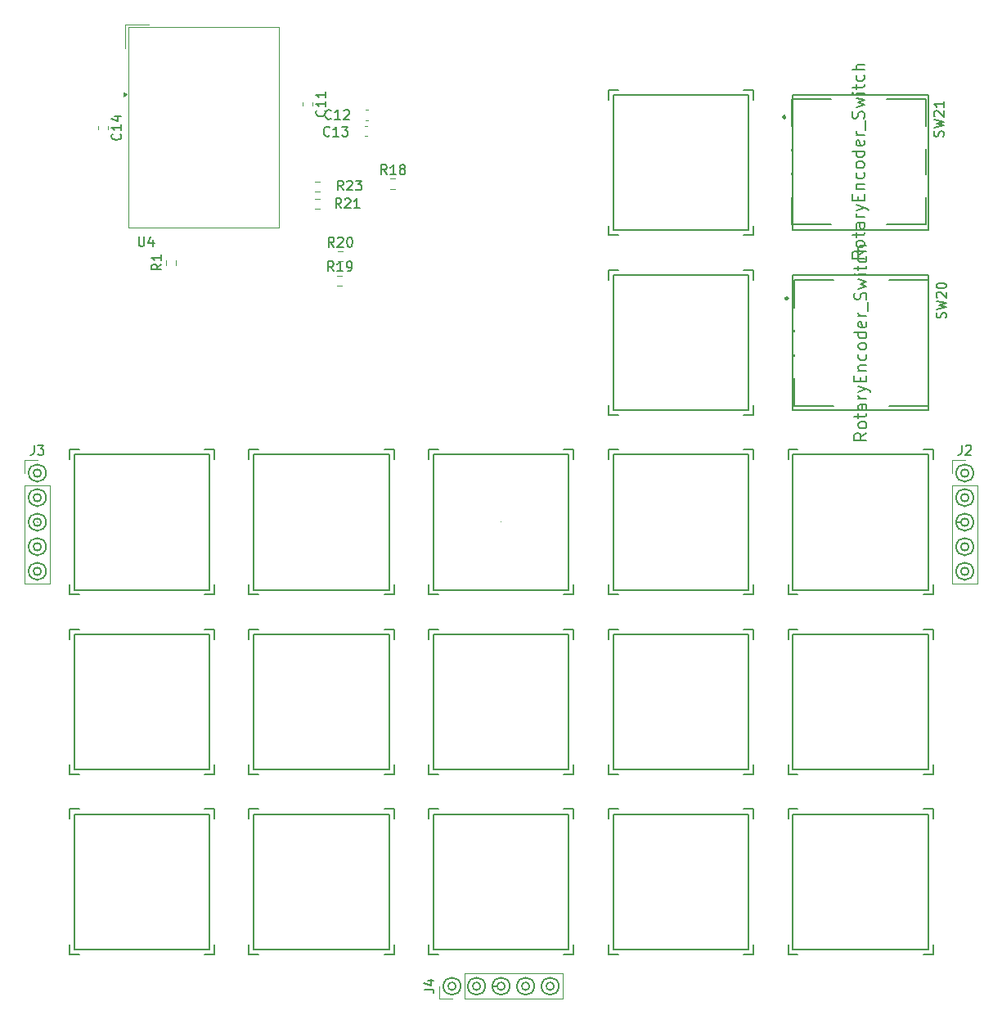
<source format=gbr>
%TF.GenerationSoftware,KiCad,Pcbnew,8.0.6*%
%TF.CreationDate,2025-02-02T15:37:04-07:00*%
%TF.ProjectId,Modular MacroPad,4d6f6475-6c61-4722-904d-6163726f5061,rev?*%
%TF.SameCoordinates,Original*%
%TF.FileFunction,Legend,Top*%
%TF.FilePolarity,Positive*%
%FSLAX46Y46*%
G04 Gerber Fmt 4.6, Leading zero omitted, Abs format (unit mm)*
G04 Created by KiCad (PCBNEW 8.0.6) date 2025-02-02 15:37:04*
%MOMM*%
%LPD*%
G01*
G04 APERTURE LIST*
%ADD10C,0.200000*%
%ADD11C,0.000100*%
%ADD12C,0.010050*%
%ADD13C,0.150000*%
%ADD14C,0.120000*%
%ADD15C,0.250000*%
G04 APERTURE END LIST*
D10*
X147328408Y-142101589D02*
X147828408Y-142101589D01*
X195328408Y-94101589D02*
X195828408Y-94101589D01*
D11*
X100218408Y-94101589D02*
X100228408Y-94101589D01*
D10*
X196628408Y-99181589D02*
G75*
G02*
X195828408Y-99181589I-400000J0D01*
G01*
X195828408Y-99181589D02*
G75*
G02*
X196628408Y-99181589I400000J0D01*
G01*
X197128408Y-99181589D02*
G75*
G02*
X195328408Y-99181589I-900000J0D01*
G01*
X195328408Y-99181589D02*
G75*
G02*
X197128408Y-99181589I900000J0D01*
G01*
X196628408Y-96641589D02*
G75*
G02*
X195828408Y-96641589I-400000J0D01*
G01*
X195828408Y-96641589D02*
G75*
G02*
X196628408Y-96641589I400000J0D01*
G01*
X197128408Y-96641589D02*
G75*
G02*
X195328408Y-96641589I-900000J0D01*
G01*
X195328408Y-96641589D02*
G75*
G02*
X197128408Y-96641589I900000J0D01*
G01*
X196628408Y-94101589D02*
G75*
G02*
X195828408Y-94101589I-400000J0D01*
G01*
X195828408Y-94101589D02*
G75*
G02*
X196628408Y-94101589I400000J0D01*
G01*
X197128408Y-94101589D02*
G75*
G02*
X195328408Y-94101589I-900000J0D01*
G01*
X195328408Y-94101589D02*
G75*
G02*
X197128408Y-94101589I900000J0D01*
G01*
X196628408Y-89021589D02*
G75*
G02*
X195828408Y-89021589I-400000J0D01*
G01*
X195828408Y-89021589D02*
G75*
G02*
X196628408Y-89021589I400000J0D01*
G01*
X197128408Y-91561589D02*
G75*
G02*
X195328408Y-91561589I-900000J0D01*
G01*
X195328408Y-91561589D02*
G75*
G02*
X197128408Y-91561589I900000J0D01*
G01*
X196628408Y-91561589D02*
G75*
G02*
X195828408Y-91561589I-400000J0D01*
G01*
X195828408Y-91561589D02*
G75*
G02*
X196628408Y-91561589I400000J0D01*
G01*
X197128408Y-89021589D02*
G75*
G02*
X195328408Y-89021589I-900000J0D01*
G01*
X195328408Y-89021589D02*
G75*
G02*
X197128408Y-89021589I900000J0D01*
G01*
X143548408Y-142101589D02*
G75*
G02*
X142748408Y-142101589I-400000J0D01*
G01*
X142748408Y-142101589D02*
G75*
G02*
X143548408Y-142101589I400000J0D01*
G01*
X144048408Y-142101589D02*
G75*
G02*
X142248408Y-142101589I-900000J0D01*
G01*
X142248408Y-142101589D02*
G75*
G02*
X144048408Y-142101589I900000J0D01*
G01*
X146088408Y-142101589D02*
G75*
G02*
X145288408Y-142101589I-400000J0D01*
G01*
X145288408Y-142101589D02*
G75*
G02*
X146088408Y-142101589I400000J0D01*
G01*
X146588408Y-142101589D02*
G75*
G02*
X144788408Y-142101589I-900000J0D01*
G01*
X144788408Y-142101589D02*
G75*
G02*
X146588408Y-142101589I900000J0D01*
G01*
X148628408Y-142101589D02*
G75*
G02*
X147828408Y-142101589I-400000J0D01*
G01*
X147828408Y-142101589D02*
G75*
G02*
X148628408Y-142101589I400000J0D01*
G01*
X149128408Y-142101589D02*
G75*
G02*
X147328408Y-142101589I-900000J0D01*
G01*
X147328408Y-142101589D02*
G75*
G02*
X149128408Y-142101589I900000J0D01*
G01*
X153708408Y-142101589D02*
G75*
G02*
X152908408Y-142101589I-400000J0D01*
G01*
X152908408Y-142101589D02*
G75*
G02*
X153708408Y-142101589I400000J0D01*
G01*
X151668408Y-142101589D02*
G75*
G02*
X149868408Y-142101589I-900000J0D01*
G01*
X149868408Y-142101589D02*
G75*
G02*
X151668408Y-142101589I900000J0D01*
G01*
X151168408Y-142101589D02*
G75*
G02*
X150368408Y-142101589I-400000J0D01*
G01*
X150368408Y-142101589D02*
G75*
G02*
X151168408Y-142101589I400000J0D01*
G01*
X154208408Y-142101589D02*
G75*
G02*
X152408408Y-142101589I-900000J0D01*
G01*
X152408408Y-142101589D02*
G75*
G02*
X154208408Y-142101589I900000J0D01*
G01*
X101128408Y-89021589D02*
G75*
G02*
X99328408Y-89021589I-900000J0D01*
G01*
X99328408Y-89021589D02*
G75*
G02*
X101128408Y-89021589I900000J0D01*
G01*
X100628408Y-89021589D02*
G75*
G02*
X99828408Y-89021589I-400000J0D01*
G01*
X99828408Y-89021589D02*
G75*
G02*
X100628408Y-89021589I400000J0D01*
G01*
X101128408Y-91561589D02*
G75*
G02*
X99328408Y-91561589I-900000J0D01*
G01*
X99328408Y-91561589D02*
G75*
G02*
X101128408Y-91561589I900000J0D01*
G01*
X100628408Y-91561589D02*
G75*
G02*
X99828408Y-91561589I-400000J0D01*
G01*
X99828408Y-91561589D02*
G75*
G02*
X100628408Y-91561589I400000J0D01*
G01*
X101128408Y-96641589D02*
G75*
G02*
X99328408Y-96641589I-900000J0D01*
G01*
X99328408Y-96641589D02*
G75*
G02*
X101128408Y-96641589I900000J0D01*
G01*
X100628408Y-96641589D02*
G75*
G02*
X99828408Y-96641589I-400000J0D01*
G01*
X99828408Y-96641589D02*
G75*
G02*
X100628408Y-96641589I400000J0D01*
G01*
X101128408Y-99181589D02*
G75*
G02*
X99328408Y-99181589I-900000J0D01*
G01*
X99328408Y-99181589D02*
G75*
G02*
X101128408Y-99181589I900000J0D01*
G01*
X100628408Y-99181589D02*
G75*
G02*
X99828408Y-99181589I-400000J0D01*
G01*
X99828408Y-99181589D02*
G75*
G02*
X100628408Y-99181589I400000J0D01*
G01*
X100628408Y-94101589D02*
G75*
G02*
X99828408Y-94101589I-400000J0D01*
G01*
X99828408Y-94101589D02*
G75*
G02*
X100628408Y-94101589I400000J0D01*
G01*
X101128408Y-94101589D02*
G75*
G02*
X99328408Y-94101589I-900000J0D01*
G01*
X99328408Y-94101589D02*
G75*
G02*
X101128408Y-94101589I900000J0D01*
G01*
X192428408Y-63901589D02*
X192428408Y-49901589D01*
X178428408Y-63901589D02*
X192428408Y-63901589D01*
X178428408Y-49901589D02*
X178428408Y-63901589D01*
X192428408Y-49901589D02*
X178428408Y-49901589D01*
X173828408Y-63901589D02*
X173828408Y-49901589D01*
X159828408Y-63901589D02*
X173828408Y-63901589D01*
X159828408Y-49901589D02*
X159828408Y-63901589D01*
X173828408Y-49901589D02*
X159828408Y-49901589D01*
X192428408Y-82501589D02*
X192428408Y-68501589D01*
X178428408Y-82501589D02*
X192428408Y-82501589D01*
X178428408Y-68501589D02*
X178428408Y-82501589D01*
X192428408Y-68501589D02*
X178428408Y-68501589D01*
X173828408Y-82501589D02*
X173828408Y-68501589D01*
X159828408Y-82501589D02*
X173828408Y-82501589D01*
X159828408Y-68501589D02*
X159828408Y-82501589D01*
X173828408Y-68501589D02*
X159828408Y-68501589D01*
X192428408Y-101101589D02*
X192428408Y-87101589D01*
X178428408Y-101101589D02*
X192428408Y-101101589D01*
X178428408Y-87101589D02*
X178428408Y-101101589D01*
X192428408Y-87101589D02*
X178428408Y-87101589D01*
X173828408Y-101101589D02*
X173828408Y-87101589D01*
X159828408Y-101101589D02*
X173828408Y-101101589D01*
X159828408Y-87101589D02*
X159828408Y-101101589D01*
X173828408Y-87101589D02*
X159828408Y-87101589D01*
X155228408Y-101101589D02*
X155228408Y-87101589D01*
X141228408Y-101101589D02*
X155228408Y-101101589D01*
X141228408Y-87101589D02*
X141228408Y-101101589D01*
X155228408Y-87101589D02*
X141228408Y-87101589D01*
X136628408Y-101101589D02*
X136628408Y-87101589D01*
X122628408Y-101101589D02*
X136628408Y-101101589D01*
X122628408Y-87101589D02*
X122628408Y-101101589D01*
X136628408Y-87101589D02*
X122628408Y-87101589D01*
X118028408Y-101101589D02*
X118028408Y-87101589D01*
X104028408Y-101101589D02*
X118028408Y-101101589D01*
X104028408Y-87101589D02*
X104028408Y-101101589D01*
X118028408Y-87101589D02*
X104028408Y-87101589D01*
X192428408Y-119701589D02*
X192428408Y-105701589D01*
X178428408Y-119701589D02*
X192428408Y-119701589D01*
X178428408Y-105701589D02*
X178428408Y-119701589D01*
X192428408Y-105701589D02*
X178428408Y-105701589D01*
X173828408Y-119701589D02*
X173828408Y-105701589D01*
X159828408Y-119701589D02*
X173828408Y-119701589D01*
X159828408Y-105701589D02*
X159828408Y-119701589D01*
X173828408Y-105701589D02*
X159828408Y-105701589D01*
X155228408Y-119701589D02*
X155228408Y-105701589D01*
X141228408Y-119701589D02*
X155228408Y-119701589D01*
X141228408Y-105701589D02*
X141228408Y-119701589D01*
X155228408Y-105701589D02*
X141228408Y-105701589D01*
X136628408Y-119701589D02*
X136628408Y-105701589D01*
X122628408Y-119701589D02*
X136628408Y-119701589D01*
X122628408Y-105701589D02*
X122628408Y-119701589D01*
X136628408Y-105701589D02*
X122628408Y-105701589D01*
X118028408Y-119701589D02*
X118028408Y-105701589D01*
X104028408Y-119701589D02*
X118028408Y-119701589D01*
X104028408Y-105701589D02*
X104028408Y-119701589D01*
X118028408Y-105701589D02*
X104028408Y-105701589D01*
X192428408Y-138301589D02*
X192428408Y-124301589D01*
X178428408Y-138301589D02*
X192428408Y-138301589D01*
X178428408Y-124301589D02*
X178428408Y-138301589D01*
X192428408Y-124301589D02*
X178428408Y-124301589D01*
X173828408Y-138301589D02*
X173828408Y-124301589D01*
X159828408Y-138301589D02*
X173828408Y-138301589D01*
X159828408Y-124301589D02*
X159828408Y-138301589D01*
X173828408Y-124301589D02*
X159828408Y-124301589D01*
X155228408Y-138301589D02*
X155228408Y-124301589D01*
X141228408Y-138301589D02*
X155228408Y-138301589D01*
X141228408Y-124301589D02*
X141228408Y-138301589D01*
X155228408Y-124301589D02*
X141228408Y-124301589D01*
X136628408Y-138301589D02*
X136628408Y-124301589D01*
X122628408Y-138301589D02*
X136628408Y-138301589D01*
X122628408Y-124301589D02*
X122628408Y-138301589D01*
X136628408Y-124301589D02*
X122628408Y-124301589D01*
X104028408Y-124301589D02*
X104028408Y-138301589D01*
X118028408Y-124301589D02*
X104028408Y-124301589D01*
X118028408Y-138301589D02*
X118028408Y-124301589D01*
X104028408Y-138301589D02*
X118028408Y-138301589D01*
D12*
X100233433Y-94101589D02*
G75*
G02*
X100223383Y-94101589I-5025J0D01*
G01*
X100223383Y-94101589D02*
G75*
G02*
X100233433Y-94101589I5025J0D01*
G01*
X148233433Y-94101589D02*
G75*
G02*
X148223383Y-94101589I-5025J0D01*
G01*
X148223383Y-94101589D02*
G75*
G02*
X148233433Y-94101589I5025J0D01*
G01*
X148233433Y-94101589D02*
G75*
G02*
X148223383Y-94101589I-5025J0D01*
G01*
X148223383Y-94101589D02*
G75*
G02*
X148233433Y-94101589I5025J0D01*
G01*
D13*
X140276427Y-142429922D02*
X140990712Y-142429922D01*
X140990712Y-142429922D02*
X141133569Y-142477541D01*
X141133569Y-142477541D02*
X141228808Y-142572779D01*
X141228808Y-142572779D02*
X141276427Y-142715636D01*
X141276427Y-142715636D02*
X141276427Y-142810874D01*
X140609760Y-141525160D02*
X141276427Y-141525160D01*
X140228808Y-141763255D02*
X140943093Y-142001350D01*
X140943093Y-142001350D02*
X140943093Y-141382303D01*
X99892274Y-86135408D02*
X99892274Y-86849693D01*
X99892274Y-86849693D02*
X99844655Y-86992550D01*
X99844655Y-86992550D02*
X99749417Y-87087789D01*
X99749417Y-87087789D02*
X99606560Y-87135408D01*
X99606560Y-87135408D02*
X99511322Y-87135408D01*
X100273227Y-86135408D02*
X100892274Y-86135408D01*
X100892274Y-86135408D02*
X100558941Y-86516360D01*
X100558941Y-86516360D02*
X100701798Y-86516360D01*
X100701798Y-86516360D02*
X100797036Y-86563979D01*
X100797036Y-86563979D02*
X100844655Y-86611598D01*
X100844655Y-86611598D02*
X100892274Y-86706836D01*
X100892274Y-86706836D02*
X100892274Y-86944931D01*
X100892274Y-86944931D02*
X100844655Y-87040169D01*
X100844655Y-87040169D02*
X100797036Y-87087789D01*
X100797036Y-87087789D02*
X100701798Y-87135408D01*
X100701798Y-87135408D02*
X100416084Y-87135408D01*
X100416084Y-87135408D02*
X100320846Y-87087789D01*
X100320846Y-87087789D02*
X100273227Y-87040169D01*
X195904274Y-86135408D02*
X195904274Y-86849693D01*
X195904274Y-86849693D02*
X195856655Y-86992550D01*
X195856655Y-86992550D02*
X195761417Y-87087789D01*
X195761417Y-87087789D02*
X195618560Y-87135408D01*
X195618560Y-87135408D02*
X195523322Y-87135408D01*
X196332846Y-86230646D02*
X196380465Y-86183027D01*
X196380465Y-86183027D02*
X196475703Y-86135408D01*
X196475703Y-86135408D02*
X196713798Y-86135408D01*
X196713798Y-86135408D02*
X196809036Y-86183027D01*
X196809036Y-86183027D02*
X196856655Y-86230646D01*
X196856655Y-86230646D02*
X196904274Y-86325884D01*
X196904274Y-86325884D02*
X196904274Y-86421122D01*
X196904274Y-86421122D02*
X196856655Y-86563979D01*
X196856655Y-86563979D02*
X196285227Y-87135408D01*
X196285227Y-87135408D02*
X196904274Y-87135408D01*
X130893532Y-68136027D02*
X130560199Y-67659836D01*
X130322104Y-68136027D02*
X130322104Y-67136027D01*
X130322104Y-67136027D02*
X130703056Y-67136027D01*
X130703056Y-67136027D02*
X130798294Y-67183646D01*
X130798294Y-67183646D02*
X130845913Y-67231265D01*
X130845913Y-67231265D02*
X130893532Y-67326503D01*
X130893532Y-67326503D02*
X130893532Y-67469360D01*
X130893532Y-67469360D02*
X130845913Y-67564598D01*
X130845913Y-67564598D02*
X130798294Y-67612217D01*
X130798294Y-67612217D02*
X130703056Y-67659836D01*
X130703056Y-67659836D02*
X130322104Y-67659836D01*
X131845913Y-68136027D02*
X131274485Y-68136027D01*
X131560199Y-68136027D02*
X131560199Y-67136027D01*
X131560199Y-67136027D02*
X131464961Y-67278884D01*
X131464961Y-67278884D02*
X131369723Y-67374122D01*
X131369723Y-67374122D02*
X131274485Y-67421741D01*
X132322104Y-68136027D02*
X132512580Y-68136027D01*
X132512580Y-68136027D02*
X132607818Y-68088408D01*
X132607818Y-68088408D02*
X132655437Y-68040788D01*
X132655437Y-68040788D02*
X132750675Y-67897931D01*
X132750675Y-67897931D02*
X132798294Y-67707455D01*
X132798294Y-67707455D02*
X132798294Y-67326503D01*
X132798294Y-67326503D02*
X132750675Y-67231265D01*
X132750675Y-67231265D02*
X132703056Y-67183646D01*
X132703056Y-67183646D02*
X132607818Y-67136027D01*
X132607818Y-67136027D02*
X132417342Y-67136027D01*
X132417342Y-67136027D02*
X132322104Y-67183646D01*
X132322104Y-67183646D02*
X132274485Y-67231265D01*
X132274485Y-67231265D02*
X132226866Y-67326503D01*
X132226866Y-67326503D02*
X132226866Y-67564598D01*
X132226866Y-67564598D02*
X132274485Y-67659836D01*
X132274485Y-67659836D02*
X132322104Y-67707455D01*
X132322104Y-67707455D02*
X132417342Y-67755074D01*
X132417342Y-67755074D02*
X132607818Y-67755074D01*
X132607818Y-67755074D02*
X132703056Y-67707455D01*
X132703056Y-67707455D02*
X132750675Y-67659836D01*
X132750675Y-67659836D02*
X132798294Y-67564598D01*
X129963470Y-51504065D02*
X130011090Y-51551684D01*
X130011090Y-51551684D02*
X130058709Y-51694541D01*
X130058709Y-51694541D02*
X130058709Y-51789779D01*
X130058709Y-51789779D02*
X130011090Y-51932636D01*
X130011090Y-51932636D02*
X129915851Y-52027874D01*
X129915851Y-52027874D02*
X129820613Y-52075493D01*
X129820613Y-52075493D02*
X129630137Y-52123112D01*
X129630137Y-52123112D02*
X129487280Y-52123112D01*
X129487280Y-52123112D02*
X129296804Y-52075493D01*
X129296804Y-52075493D02*
X129201566Y-52027874D01*
X129201566Y-52027874D02*
X129106328Y-51932636D01*
X129106328Y-51932636D02*
X129058709Y-51789779D01*
X129058709Y-51789779D02*
X129058709Y-51694541D01*
X129058709Y-51694541D02*
X129106328Y-51551684D01*
X129106328Y-51551684D02*
X129153947Y-51504065D01*
X130058709Y-50551684D02*
X130058709Y-51123112D01*
X130058709Y-50837398D02*
X129058709Y-50837398D01*
X129058709Y-50837398D02*
X129201566Y-50932636D01*
X129201566Y-50932636D02*
X129296804Y-51027874D01*
X129296804Y-51027874D02*
X129344423Y-51123112D01*
X130058709Y-49599303D02*
X130058709Y-50170731D01*
X130058709Y-49885017D02*
X129058709Y-49885017D01*
X129058709Y-49885017D02*
X129201566Y-49980255D01*
X129201566Y-49980255D02*
X129296804Y-50075493D01*
X129296804Y-50075493D02*
X129344423Y-50170731D01*
X131693532Y-61616027D02*
X131360199Y-61139836D01*
X131122104Y-61616027D02*
X131122104Y-60616027D01*
X131122104Y-60616027D02*
X131503056Y-60616027D01*
X131503056Y-60616027D02*
X131598294Y-60663646D01*
X131598294Y-60663646D02*
X131645913Y-60711265D01*
X131645913Y-60711265D02*
X131693532Y-60806503D01*
X131693532Y-60806503D02*
X131693532Y-60949360D01*
X131693532Y-60949360D02*
X131645913Y-61044598D01*
X131645913Y-61044598D02*
X131598294Y-61092217D01*
X131598294Y-61092217D02*
X131503056Y-61139836D01*
X131503056Y-61139836D02*
X131122104Y-61139836D01*
X132074485Y-60711265D02*
X132122104Y-60663646D01*
X132122104Y-60663646D02*
X132217342Y-60616027D01*
X132217342Y-60616027D02*
X132455437Y-60616027D01*
X132455437Y-60616027D02*
X132550675Y-60663646D01*
X132550675Y-60663646D02*
X132598294Y-60711265D01*
X132598294Y-60711265D02*
X132645913Y-60806503D01*
X132645913Y-60806503D02*
X132645913Y-60901741D01*
X132645913Y-60901741D02*
X132598294Y-61044598D01*
X132598294Y-61044598D02*
X132026866Y-61616027D01*
X132026866Y-61616027D02*
X132645913Y-61616027D01*
X133598294Y-61616027D02*
X133026866Y-61616027D01*
X133312580Y-61616027D02*
X133312580Y-60616027D01*
X133312580Y-60616027D02*
X133217342Y-60758884D01*
X133217342Y-60758884D02*
X133122104Y-60854122D01*
X133122104Y-60854122D02*
X133026866Y-60901741D01*
X136401508Y-58134427D02*
X136068175Y-57658236D01*
X135830080Y-58134427D02*
X135830080Y-57134427D01*
X135830080Y-57134427D02*
X136211032Y-57134427D01*
X136211032Y-57134427D02*
X136306270Y-57182046D01*
X136306270Y-57182046D02*
X136353889Y-57229665D01*
X136353889Y-57229665D02*
X136401508Y-57324903D01*
X136401508Y-57324903D02*
X136401508Y-57467760D01*
X136401508Y-57467760D02*
X136353889Y-57562998D01*
X136353889Y-57562998D02*
X136306270Y-57610617D01*
X136306270Y-57610617D02*
X136211032Y-57658236D01*
X136211032Y-57658236D02*
X135830080Y-57658236D01*
X137353889Y-58134427D02*
X136782461Y-58134427D01*
X137068175Y-58134427D02*
X137068175Y-57134427D01*
X137068175Y-57134427D02*
X136972937Y-57277284D01*
X136972937Y-57277284D02*
X136877699Y-57372522D01*
X136877699Y-57372522D02*
X136782461Y-57420141D01*
X137925318Y-57562998D02*
X137830080Y-57515379D01*
X137830080Y-57515379D02*
X137782461Y-57467760D01*
X137782461Y-57467760D02*
X137734842Y-57372522D01*
X137734842Y-57372522D02*
X137734842Y-57324903D01*
X137734842Y-57324903D02*
X137782461Y-57229665D01*
X137782461Y-57229665D02*
X137830080Y-57182046D01*
X137830080Y-57182046D02*
X137925318Y-57134427D01*
X137925318Y-57134427D02*
X138115794Y-57134427D01*
X138115794Y-57134427D02*
X138211032Y-57182046D01*
X138211032Y-57182046D02*
X138258651Y-57229665D01*
X138258651Y-57229665D02*
X138306270Y-57324903D01*
X138306270Y-57324903D02*
X138306270Y-57372522D01*
X138306270Y-57372522D02*
X138258651Y-57467760D01*
X138258651Y-57467760D02*
X138211032Y-57515379D01*
X138211032Y-57515379D02*
X138115794Y-57562998D01*
X138115794Y-57562998D02*
X137925318Y-57562998D01*
X137925318Y-57562998D02*
X137830080Y-57610617D01*
X137830080Y-57610617D02*
X137782461Y-57658236D01*
X137782461Y-57658236D02*
X137734842Y-57753474D01*
X137734842Y-57753474D02*
X137734842Y-57943950D01*
X137734842Y-57943950D02*
X137782461Y-58039188D01*
X137782461Y-58039188D02*
X137830080Y-58086808D01*
X137830080Y-58086808D02*
X137925318Y-58134427D01*
X137925318Y-58134427D02*
X138115794Y-58134427D01*
X138115794Y-58134427D02*
X138211032Y-58086808D01*
X138211032Y-58086808D02*
X138258651Y-58039188D01*
X138258651Y-58039188D02*
X138306270Y-57943950D01*
X138306270Y-57943950D02*
X138306270Y-57753474D01*
X138306270Y-57753474D02*
X138258651Y-57658236D01*
X138258651Y-57658236D02*
X138211032Y-57610617D01*
X138211032Y-57610617D02*
X138115794Y-57562998D01*
X110724485Y-64566027D02*
X110724485Y-65375550D01*
X110724485Y-65375550D02*
X110772104Y-65470788D01*
X110772104Y-65470788D02*
X110819723Y-65518408D01*
X110819723Y-65518408D02*
X110914961Y-65566027D01*
X110914961Y-65566027D02*
X111105437Y-65566027D01*
X111105437Y-65566027D02*
X111200675Y-65518408D01*
X111200675Y-65518408D02*
X111248294Y-65470788D01*
X111248294Y-65470788D02*
X111295913Y-65375550D01*
X111295913Y-65375550D02*
X111295913Y-64566027D01*
X112200675Y-64899360D02*
X112200675Y-65566027D01*
X111962580Y-64518408D02*
X111724485Y-65232693D01*
X111724485Y-65232693D02*
X112343532Y-65232693D01*
X130481332Y-54099988D02*
X130433713Y-54147608D01*
X130433713Y-54147608D02*
X130290856Y-54195227D01*
X130290856Y-54195227D02*
X130195618Y-54195227D01*
X130195618Y-54195227D02*
X130052761Y-54147608D01*
X130052761Y-54147608D02*
X129957523Y-54052369D01*
X129957523Y-54052369D02*
X129909904Y-53957131D01*
X129909904Y-53957131D02*
X129862285Y-53766655D01*
X129862285Y-53766655D02*
X129862285Y-53623798D01*
X129862285Y-53623798D02*
X129909904Y-53433322D01*
X129909904Y-53433322D02*
X129957523Y-53338084D01*
X129957523Y-53338084D02*
X130052761Y-53242846D01*
X130052761Y-53242846D02*
X130195618Y-53195227D01*
X130195618Y-53195227D02*
X130290856Y-53195227D01*
X130290856Y-53195227D02*
X130433713Y-53242846D01*
X130433713Y-53242846D02*
X130481332Y-53290465D01*
X131433713Y-54195227D02*
X130862285Y-54195227D01*
X131147999Y-54195227D02*
X131147999Y-53195227D01*
X131147999Y-53195227D02*
X131052761Y-53338084D01*
X131052761Y-53338084D02*
X130957523Y-53433322D01*
X130957523Y-53433322D02*
X130862285Y-53480941D01*
X131767047Y-53195227D02*
X132386094Y-53195227D01*
X132386094Y-53195227D02*
X132052761Y-53576179D01*
X132052761Y-53576179D02*
X132195618Y-53576179D01*
X132195618Y-53576179D02*
X132290856Y-53623798D01*
X132290856Y-53623798D02*
X132338475Y-53671417D01*
X132338475Y-53671417D02*
X132386094Y-53766655D01*
X132386094Y-53766655D02*
X132386094Y-54004750D01*
X132386094Y-54004750D02*
X132338475Y-54099988D01*
X132338475Y-54099988D02*
X132290856Y-54147608D01*
X132290856Y-54147608D02*
X132195618Y-54195227D01*
X132195618Y-54195227D02*
X131909904Y-54195227D01*
X131909904Y-54195227D02*
X131814666Y-54147608D01*
X131814666Y-54147608D02*
X131767047Y-54099988D01*
X194243590Y-72969415D02*
X194291209Y-72826558D01*
X194291209Y-72826558D02*
X194291209Y-72588463D01*
X194291209Y-72588463D02*
X194243590Y-72493225D01*
X194243590Y-72493225D02*
X194195970Y-72445606D01*
X194195970Y-72445606D02*
X194100732Y-72397987D01*
X194100732Y-72397987D02*
X194005494Y-72397987D01*
X194005494Y-72397987D02*
X193910256Y-72445606D01*
X193910256Y-72445606D02*
X193862637Y-72493225D01*
X193862637Y-72493225D02*
X193815018Y-72588463D01*
X193815018Y-72588463D02*
X193767399Y-72778939D01*
X193767399Y-72778939D02*
X193719780Y-72874177D01*
X193719780Y-72874177D02*
X193672161Y-72921796D01*
X193672161Y-72921796D02*
X193576923Y-72969415D01*
X193576923Y-72969415D02*
X193481685Y-72969415D01*
X193481685Y-72969415D02*
X193386447Y-72921796D01*
X193386447Y-72921796D02*
X193338828Y-72874177D01*
X193338828Y-72874177D02*
X193291209Y-72778939D01*
X193291209Y-72778939D02*
X193291209Y-72540844D01*
X193291209Y-72540844D02*
X193338828Y-72397987D01*
X193291209Y-72064653D02*
X194291209Y-71826558D01*
X194291209Y-71826558D02*
X193576923Y-71636082D01*
X193576923Y-71636082D02*
X194291209Y-71445606D01*
X194291209Y-71445606D02*
X193291209Y-71207511D01*
X193386447Y-70874177D02*
X193338828Y-70826558D01*
X193338828Y-70826558D02*
X193291209Y-70731320D01*
X193291209Y-70731320D02*
X193291209Y-70493225D01*
X193291209Y-70493225D02*
X193338828Y-70397987D01*
X193338828Y-70397987D02*
X193386447Y-70350368D01*
X193386447Y-70350368D02*
X193481685Y-70302749D01*
X193481685Y-70302749D02*
X193576923Y-70302749D01*
X193576923Y-70302749D02*
X193719780Y-70350368D01*
X193719780Y-70350368D02*
X194291209Y-70921796D01*
X194291209Y-70921796D02*
X194291209Y-70302749D01*
X193291209Y-69683701D02*
X193291209Y-69588463D01*
X193291209Y-69588463D02*
X193338828Y-69493225D01*
X193338828Y-69493225D02*
X193386447Y-69445606D01*
X193386447Y-69445606D02*
X193481685Y-69397987D01*
X193481685Y-69397987D02*
X193672161Y-69350368D01*
X193672161Y-69350368D02*
X193910256Y-69350368D01*
X193910256Y-69350368D02*
X194100732Y-69397987D01*
X194100732Y-69397987D02*
X194195970Y-69445606D01*
X194195970Y-69445606D02*
X194243590Y-69493225D01*
X194243590Y-69493225D02*
X194291209Y-69588463D01*
X194291209Y-69588463D02*
X194291209Y-69683701D01*
X194291209Y-69683701D02*
X194243590Y-69778939D01*
X194243590Y-69778939D02*
X194195970Y-69826558D01*
X194195970Y-69826558D02*
X194100732Y-69874177D01*
X194100732Y-69874177D02*
X193910256Y-69921796D01*
X193910256Y-69921796D02*
X193672161Y-69921796D01*
X193672161Y-69921796D02*
X193481685Y-69874177D01*
X193481685Y-69874177D02*
X193386447Y-69826558D01*
X193386447Y-69826558D02*
X193338828Y-69778939D01*
X193338828Y-69778939D02*
X193291209Y-69683701D01*
X186066116Y-84874540D02*
X185461354Y-85297874D01*
X186066116Y-85600255D02*
X184796116Y-85600255D01*
X184796116Y-85600255D02*
X184796116Y-85116445D01*
X184796116Y-85116445D02*
X184856592Y-84995493D01*
X184856592Y-84995493D02*
X184917068Y-84935016D01*
X184917068Y-84935016D02*
X185038020Y-84874540D01*
X185038020Y-84874540D02*
X185219449Y-84874540D01*
X185219449Y-84874540D02*
X185340401Y-84935016D01*
X185340401Y-84935016D02*
X185400878Y-84995493D01*
X185400878Y-84995493D02*
X185461354Y-85116445D01*
X185461354Y-85116445D02*
X185461354Y-85600255D01*
X186066116Y-84148826D02*
X186005640Y-84269778D01*
X186005640Y-84269778D02*
X185945163Y-84330255D01*
X185945163Y-84330255D02*
X185824211Y-84390731D01*
X185824211Y-84390731D02*
X185461354Y-84390731D01*
X185461354Y-84390731D02*
X185340401Y-84330255D01*
X185340401Y-84330255D02*
X185279925Y-84269778D01*
X185279925Y-84269778D02*
X185219449Y-84148826D01*
X185219449Y-84148826D02*
X185219449Y-83967397D01*
X185219449Y-83967397D02*
X185279925Y-83846445D01*
X185279925Y-83846445D02*
X185340401Y-83785969D01*
X185340401Y-83785969D02*
X185461354Y-83725493D01*
X185461354Y-83725493D02*
X185824211Y-83725493D01*
X185824211Y-83725493D02*
X185945163Y-83785969D01*
X185945163Y-83785969D02*
X186005640Y-83846445D01*
X186005640Y-83846445D02*
X186066116Y-83967397D01*
X186066116Y-83967397D02*
X186066116Y-84148826D01*
X185219449Y-83362635D02*
X185219449Y-82878826D01*
X184796116Y-83181207D02*
X185884687Y-83181207D01*
X185884687Y-83181207D02*
X186005640Y-83120730D01*
X186005640Y-83120730D02*
X186066116Y-82999778D01*
X186066116Y-82999778D02*
X186066116Y-82878826D01*
X186066116Y-81911207D02*
X185400878Y-81911207D01*
X185400878Y-81911207D02*
X185279925Y-81971683D01*
X185279925Y-81971683D02*
X185219449Y-82092635D01*
X185219449Y-82092635D02*
X185219449Y-82334540D01*
X185219449Y-82334540D02*
X185279925Y-82455493D01*
X186005640Y-81911207D02*
X186066116Y-82032159D01*
X186066116Y-82032159D02*
X186066116Y-82334540D01*
X186066116Y-82334540D02*
X186005640Y-82455493D01*
X186005640Y-82455493D02*
X185884687Y-82515969D01*
X185884687Y-82515969D02*
X185763735Y-82515969D01*
X185763735Y-82515969D02*
X185642782Y-82455493D01*
X185642782Y-82455493D02*
X185582306Y-82334540D01*
X185582306Y-82334540D02*
X185582306Y-82032159D01*
X185582306Y-82032159D02*
X185521830Y-81911207D01*
X186066116Y-81306445D02*
X185219449Y-81306445D01*
X185461354Y-81306445D02*
X185340401Y-81245968D01*
X185340401Y-81245968D02*
X185279925Y-81185492D01*
X185279925Y-81185492D02*
X185219449Y-81064540D01*
X185219449Y-81064540D02*
X185219449Y-80943587D01*
X185219449Y-80641207D02*
X186066116Y-80338826D01*
X185219449Y-80036445D02*
X186066116Y-80338826D01*
X186066116Y-80338826D02*
X186368497Y-80459778D01*
X186368497Y-80459778D02*
X186428973Y-80520255D01*
X186428973Y-80520255D02*
X186489449Y-80641207D01*
X185400878Y-79552636D02*
X185400878Y-79129302D01*
X186066116Y-78947874D02*
X186066116Y-79552636D01*
X186066116Y-79552636D02*
X184796116Y-79552636D01*
X184796116Y-79552636D02*
X184796116Y-78947874D01*
X185219449Y-78403588D02*
X186066116Y-78403588D01*
X185340401Y-78403588D02*
X185279925Y-78343111D01*
X185279925Y-78343111D02*
X185219449Y-78222159D01*
X185219449Y-78222159D02*
X185219449Y-78040730D01*
X185219449Y-78040730D02*
X185279925Y-77919778D01*
X185279925Y-77919778D02*
X185400878Y-77859302D01*
X185400878Y-77859302D02*
X186066116Y-77859302D01*
X186005640Y-76710254D02*
X186066116Y-76831206D01*
X186066116Y-76831206D02*
X186066116Y-77073111D01*
X186066116Y-77073111D02*
X186005640Y-77194063D01*
X186005640Y-77194063D02*
X185945163Y-77254540D01*
X185945163Y-77254540D02*
X185824211Y-77315016D01*
X185824211Y-77315016D02*
X185461354Y-77315016D01*
X185461354Y-77315016D02*
X185340401Y-77254540D01*
X185340401Y-77254540D02*
X185279925Y-77194063D01*
X185279925Y-77194063D02*
X185219449Y-77073111D01*
X185219449Y-77073111D02*
X185219449Y-76831206D01*
X185219449Y-76831206D02*
X185279925Y-76710254D01*
X186066116Y-75984540D02*
X186005640Y-76105492D01*
X186005640Y-76105492D02*
X185945163Y-76165969D01*
X185945163Y-76165969D02*
X185824211Y-76226445D01*
X185824211Y-76226445D02*
X185461354Y-76226445D01*
X185461354Y-76226445D02*
X185340401Y-76165969D01*
X185340401Y-76165969D02*
X185279925Y-76105492D01*
X185279925Y-76105492D02*
X185219449Y-75984540D01*
X185219449Y-75984540D02*
X185219449Y-75803111D01*
X185219449Y-75803111D02*
X185279925Y-75682159D01*
X185279925Y-75682159D02*
X185340401Y-75621683D01*
X185340401Y-75621683D02*
X185461354Y-75561207D01*
X185461354Y-75561207D02*
X185824211Y-75561207D01*
X185824211Y-75561207D02*
X185945163Y-75621683D01*
X185945163Y-75621683D02*
X186005640Y-75682159D01*
X186005640Y-75682159D02*
X186066116Y-75803111D01*
X186066116Y-75803111D02*
X186066116Y-75984540D01*
X186066116Y-74472635D02*
X184796116Y-74472635D01*
X186005640Y-74472635D02*
X186066116Y-74593587D01*
X186066116Y-74593587D02*
X186066116Y-74835492D01*
X186066116Y-74835492D02*
X186005640Y-74956444D01*
X186005640Y-74956444D02*
X185945163Y-75016921D01*
X185945163Y-75016921D02*
X185824211Y-75077397D01*
X185824211Y-75077397D02*
X185461354Y-75077397D01*
X185461354Y-75077397D02*
X185340401Y-75016921D01*
X185340401Y-75016921D02*
X185279925Y-74956444D01*
X185279925Y-74956444D02*
X185219449Y-74835492D01*
X185219449Y-74835492D02*
X185219449Y-74593587D01*
X185219449Y-74593587D02*
X185279925Y-74472635D01*
X186005640Y-73384063D02*
X186066116Y-73505015D01*
X186066116Y-73505015D02*
X186066116Y-73746920D01*
X186066116Y-73746920D02*
X186005640Y-73867873D01*
X186005640Y-73867873D02*
X185884687Y-73928349D01*
X185884687Y-73928349D02*
X185400878Y-73928349D01*
X185400878Y-73928349D02*
X185279925Y-73867873D01*
X185279925Y-73867873D02*
X185219449Y-73746920D01*
X185219449Y-73746920D02*
X185219449Y-73505015D01*
X185219449Y-73505015D02*
X185279925Y-73384063D01*
X185279925Y-73384063D02*
X185400878Y-73323587D01*
X185400878Y-73323587D02*
X185521830Y-73323587D01*
X185521830Y-73323587D02*
X185642782Y-73928349D01*
X186066116Y-72779302D02*
X185219449Y-72779302D01*
X185461354Y-72779302D02*
X185340401Y-72718825D01*
X185340401Y-72718825D02*
X185279925Y-72658349D01*
X185279925Y-72658349D02*
X185219449Y-72537397D01*
X185219449Y-72537397D02*
X185219449Y-72416444D01*
X186187068Y-72295493D02*
X186187068Y-71327873D01*
X186005640Y-71085969D02*
X186066116Y-70904540D01*
X186066116Y-70904540D02*
X186066116Y-70602159D01*
X186066116Y-70602159D02*
X186005640Y-70481207D01*
X186005640Y-70481207D02*
X185945163Y-70420731D01*
X185945163Y-70420731D02*
X185824211Y-70360254D01*
X185824211Y-70360254D02*
X185703259Y-70360254D01*
X185703259Y-70360254D02*
X185582306Y-70420731D01*
X185582306Y-70420731D02*
X185521830Y-70481207D01*
X185521830Y-70481207D02*
X185461354Y-70602159D01*
X185461354Y-70602159D02*
X185400878Y-70844064D01*
X185400878Y-70844064D02*
X185340401Y-70965016D01*
X185340401Y-70965016D02*
X185279925Y-71025493D01*
X185279925Y-71025493D02*
X185158973Y-71085969D01*
X185158973Y-71085969D02*
X185038020Y-71085969D01*
X185038020Y-71085969D02*
X184917068Y-71025493D01*
X184917068Y-71025493D02*
X184856592Y-70965016D01*
X184856592Y-70965016D02*
X184796116Y-70844064D01*
X184796116Y-70844064D02*
X184796116Y-70541683D01*
X184796116Y-70541683D02*
X184856592Y-70360254D01*
X185219449Y-69936921D02*
X186066116Y-69695016D01*
X186066116Y-69695016D02*
X185461354Y-69453111D01*
X185461354Y-69453111D02*
X186066116Y-69211207D01*
X186066116Y-69211207D02*
X185219449Y-68969302D01*
X186066116Y-68485493D02*
X185219449Y-68485493D01*
X184796116Y-68485493D02*
X184856592Y-68545969D01*
X184856592Y-68545969D02*
X184917068Y-68485493D01*
X184917068Y-68485493D02*
X184856592Y-68425016D01*
X184856592Y-68425016D02*
X184796116Y-68485493D01*
X184796116Y-68485493D02*
X184917068Y-68485493D01*
X185219449Y-68062159D02*
X185219449Y-67578350D01*
X184796116Y-67880731D02*
X185884687Y-67880731D01*
X185884687Y-67880731D02*
X186005640Y-67820254D01*
X186005640Y-67820254D02*
X186066116Y-67699302D01*
X186066116Y-67699302D02*
X186066116Y-67578350D01*
X186005640Y-66610731D02*
X186066116Y-66731683D01*
X186066116Y-66731683D02*
X186066116Y-66973588D01*
X186066116Y-66973588D02*
X186005640Y-67094540D01*
X186005640Y-67094540D02*
X185945163Y-67155017D01*
X185945163Y-67155017D02*
X185824211Y-67215493D01*
X185824211Y-67215493D02*
X185461354Y-67215493D01*
X185461354Y-67215493D02*
X185340401Y-67155017D01*
X185340401Y-67155017D02*
X185279925Y-67094540D01*
X185279925Y-67094540D02*
X185219449Y-66973588D01*
X185219449Y-66973588D02*
X185219449Y-66731683D01*
X185219449Y-66731683D02*
X185279925Y-66610731D01*
X186066116Y-66066446D02*
X184796116Y-66066446D01*
X186066116Y-65522160D02*
X185400878Y-65522160D01*
X185400878Y-65522160D02*
X185279925Y-65582636D01*
X185279925Y-65582636D02*
X185219449Y-65703588D01*
X185219449Y-65703588D02*
X185219449Y-65885017D01*
X185219449Y-65885017D02*
X185279925Y-66005969D01*
X185279925Y-66005969D02*
X185340401Y-66066446D01*
X108825970Y-53954065D02*
X108873590Y-54001684D01*
X108873590Y-54001684D02*
X108921209Y-54144541D01*
X108921209Y-54144541D02*
X108921209Y-54239779D01*
X108921209Y-54239779D02*
X108873590Y-54382636D01*
X108873590Y-54382636D02*
X108778351Y-54477874D01*
X108778351Y-54477874D02*
X108683113Y-54525493D01*
X108683113Y-54525493D02*
X108492637Y-54573112D01*
X108492637Y-54573112D02*
X108349780Y-54573112D01*
X108349780Y-54573112D02*
X108159304Y-54525493D01*
X108159304Y-54525493D02*
X108064066Y-54477874D01*
X108064066Y-54477874D02*
X107968828Y-54382636D01*
X107968828Y-54382636D02*
X107921209Y-54239779D01*
X107921209Y-54239779D02*
X107921209Y-54144541D01*
X107921209Y-54144541D02*
X107968828Y-54001684D01*
X107968828Y-54001684D02*
X108016447Y-53954065D01*
X108921209Y-53001684D02*
X108921209Y-53573112D01*
X108921209Y-53287398D02*
X107921209Y-53287398D01*
X107921209Y-53287398D02*
X108064066Y-53382636D01*
X108064066Y-53382636D02*
X108159304Y-53477874D01*
X108159304Y-53477874D02*
X108206923Y-53573112D01*
X108254542Y-52144541D02*
X108921209Y-52144541D01*
X107873590Y-52382636D02*
X108587875Y-52620731D01*
X108587875Y-52620731D02*
X108587875Y-52001684D01*
X193993590Y-54219415D02*
X194041209Y-54076558D01*
X194041209Y-54076558D02*
X194041209Y-53838463D01*
X194041209Y-53838463D02*
X193993590Y-53743225D01*
X193993590Y-53743225D02*
X193945970Y-53695606D01*
X193945970Y-53695606D02*
X193850732Y-53647987D01*
X193850732Y-53647987D02*
X193755494Y-53647987D01*
X193755494Y-53647987D02*
X193660256Y-53695606D01*
X193660256Y-53695606D02*
X193612637Y-53743225D01*
X193612637Y-53743225D02*
X193565018Y-53838463D01*
X193565018Y-53838463D02*
X193517399Y-54028939D01*
X193517399Y-54028939D02*
X193469780Y-54124177D01*
X193469780Y-54124177D02*
X193422161Y-54171796D01*
X193422161Y-54171796D02*
X193326923Y-54219415D01*
X193326923Y-54219415D02*
X193231685Y-54219415D01*
X193231685Y-54219415D02*
X193136447Y-54171796D01*
X193136447Y-54171796D02*
X193088828Y-54124177D01*
X193088828Y-54124177D02*
X193041209Y-54028939D01*
X193041209Y-54028939D02*
X193041209Y-53790844D01*
X193041209Y-53790844D02*
X193088828Y-53647987D01*
X193041209Y-53314653D02*
X194041209Y-53076558D01*
X194041209Y-53076558D02*
X193326923Y-52886082D01*
X193326923Y-52886082D02*
X194041209Y-52695606D01*
X194041209Y-52695606D02*
X193041209Y-52457511D01*
X193136447Y-52124177D02*
X193088828Y-52076558D01*
X193088828Y-52076558D02*
X193041209Y-51981320D01*
X193041209Y-51981320D02*
X193041209Y-51743225D01*
X193041209Y-51743225D02*
X193088828Y-51647987D01*
X193088828Y-51647987D02*
X193136447Y-51600368D01*
X193136447Y-51600368D02*
X193231685Y-51552749D01*
X193231685Y-51552749D02*
X193326923Y-51552749D01*
X193326923Y-51552749D02*
X193469780Y-51600368D01*
X193469780Y-51600368D02*
X194041209Y-52171796D01*
X194041209Y-52171796D02*
X194041209Y-51552749D01*
X194041209Y-50600368D02*
X194041209Y-51171796D01*
X194041209Y-50886082D02*
X193041209Y-50886082D01*
X193041209Y-50886082D02*
X193184066Y-50981320D01*
X193184066Y-50981320D02*
X193279304Y-51076558D01*
X193279304Y-51076558D02*
X193326923Y-51171796D01*
X185816116Y-66124540D02*
X185211354Y-66547874D01*
X185816116Y-66850255D02*
X184546116Y-66850255D01*
X184546116Y-66850255D02*
X184546116Y-66366445D01*
X184546116Y-66366445D02*
X184606592Y-66245493D01*
X184606592Y-66245493D02*
X184667068Y-66185016D01*
X184667068Y-66185016D02*
X184788020Y-66124540D01*
X184788020Y-66124540D02*
X184969449Y-66124540D01*
X184969449Y-66124540D02*
X185090401Y-66185016D01*
X185090401Y-66185016D02*
X185150878Y-66245493D01*
X185150878Y-66245493D02*
X185211354Y-66366445D01*
X185211354Y-66366445D02*
X185211354Y-66850255D01*
X185816116Y-65398826D02*
X185755640Y-65519778D01*
X185755640Y-65519778D02*
X185695163Y-65580255D01*
X185695163Y-65580255D02*
X185574211Y-65640731D01*
X185574211Y-65640731D02*
X185211354Y-65640731D01*
X185211354Y-65640731D02*
X185090401Y-65580255D01*
X185090401Y-65580255D02*
X185029925Y-65519778D01*
X185029925Y-65519778D02*
X184969449Y-65398826D01*
X184969449Y-65398826D02*
X184969449Y-65217397D01*
X184969449Y-65217397D02*
X185029925Y-65096445D01*
X185029925Y-65096445D02*
X185090401Y-65035969D01*
X185090401Y-65035969D02*
X185211354Y-64975493D01*
X185211354Y-64975493D02*
X185574211Y-64975493D01*
X185574211Y-64975493D02*
X185695163Y-65035969D01*
X185695163Y-65035969D02*
X185755640Y-65096445D01*
X185755640Y-65096445D02*
X185816116Y-65217397D01*
X185816116Y-65217397D02*
X185816116Y-65398826D01*
X184969449Y-64612635D02*
X184969449Y-64128826D01*
X184546116Y-64431207D02*
X185634687Y-64431207D01*
X185634687Y-64431207D02*
X185755640Y-64370730D01*
X185755640Y-64370730D02*
X185816116Y-64249778D01*
X185816116Y-64249778D02*
X185816116Y-64128826D01*
X185816116Y-63161207D02*
X185150878Y-63161207D01*
X185150878Y-63161207D02*
X185029925Y-63221683D01*
X185029925Y-63221683D02*
X184969449Y-63342635D01*
X184969449Y-63342635D02*
X184969449Y-63584540D01*
X184969449Y-63584540D02*
X185029925Y-63705493D01*
X185755640Y-63161207D02*
X185816116Y-63282159D01*
X185816116Y-63282159D02*
X185816116Y-63584540D01*
X185816116Y-63584540D02*
X185755640Y-63705493D01*
X185755640Y-63705493D02*
X185634687Y-63765969D01*
X185634687Y-63765969D02*
X185513735Y-63765969D01*
X185513735Y-63765969D02*
X185392782Y-63705493D01*
X185392782Y-63705493D02*
X185332306Y-63584540D01*
X185332306Y-63584540D02*
X185332306Y-63282159D01*
X185332306Y-63282159D02*
X185271830Y-63161207D01*
X185816116Y-62556445D02*
X184969449Y-62556445D01*
X185211354Y-62556445D02*
X185090401Y-62495968D01*
X185090401Y-62495968D02*
X185029925Y-62435492D01*
X185029925Y-62435492D02*
X184969449Y-62314540D01*
X184969449Y-62314540D02*
X184969449Y-62193587D01*
X184969449Y-61891207D02*
X185816116Y-61588826D01*
X184969449Y-61286445D02*
X185816116Y-61588826D01*
X185816116Y-61588826D02*
X186118497Y-61709778D01*
X186118497Y-61709778D02*
X186178973Y-61770255D01*
X186178973Y-61770255D02*
X186239449Y-61891207D01*
X185150878Y-60802636D02*
X185150878Y-60379302D01*
X185816116Y-60197874D02*
X185816116Y-60802636D01*
X185816116Y-60802636D02*
X184546116Y-60802636D01*
X184546116Y-60802636D02*
X184546116Y-60197874D01*
X184969449Y-59653588D02*
X185816116Y-59653588D01*
X185090401Y-59653588D02*
X185029925Y-59593111D01*
X185029925Y-59593111D02*
X184969449Y-59472159D01*
X184969449Y-59472159D02*
X184969449Y-59290730D01*
X184969449Y-59290730D02*
X185029925Y-59169778D01*
X185029925Y-59169778D02*
X185150878Y-59109302D01*
X185150878Y-59109302D02*
X185816116Y-59109302D01*
X185755640Y-57960254D02*
X185816116Y-58081206D01*
X185816116Y-58081206D02*
X185816116Y-58323111D01*
X185816116Y-58323111D02*
X185755640Y-58444063D01*
X185755640Y-58444063D02*
X185695163Y-58504540D01*
X185695163Y-58504540D02*
X185574211Y-58565016D01*
X185574211Y-58565016D02*
X185211354Y-58565016D01*
X185211354Y-58565016D02*
X185090401Y-58504540D01*
X185090401Y-58504540D02*
X185029925Y-58444063D01*
X185029925Y-58444063D02*
X184969449Y-58323111D01*
X184969449Y-58323111D02*
X184969449Y-58081206D01*
X184969449Y-58081206D02*
X185029925Y-57960254D01*
X185816116Y-57234540D02*
X185755640Y-57355492D01*
X185755640Y-57355492D02*
X185695163Y-57415969D01*
X185695163Y-57415969D02*
X185574211Y-57476445D01*
X185574211Y-57476445D02*
X185211354Y-57476445D01*
X185211354Y-57476445D02*
X185090401Y-57415969D01*
X185090401Y-57415969D02*
X185029925Y-57355492D01*
X185029925Y-57355492D02*
X184969449Y-57234540D01*
X184969449Y-57234540D02*
X184969449Y-57053111D01*
X184969449Y-57053111D02*
X185029925Y-56932159D01*
X185029925Y-56932159D02*
X185090401Y-56871683D01*
X185090401Y-56871683D02*
X185211354Y-56811207D01*
X185211354Y-56811207D02*
X185574211Y-56811207D01*
X185574211Y-56811207D02*
X185695163Y-56871683D01*
X185695163Y-56871683D02*
X185755640Y-56932159D01*
X185755640Y-56932159D02*
X185816116Y-57053111D01*
X185816116Y-57053111D02*
X185816116Y-57234540D01*
X185816116Y-55722635D02*
X184546116Y-55722635D01*
X185755640Y-55722635D02*
X185816116Y-55843587D01*
X185816116Y-55843587D02*
X185816116Y-56085492D01*
X185816116Y-56085492D02*
X185755640Y-56206444D01*
X185755640Y-56206444D02*
X185695163Y-56266921D01*
X185695163Y-56266921D02*
X185574211Y-56327397D01*
X185574211Y-56327397D02*
X185211354Y-56327397D01*
X185211354Y-56327397D02*
X185090401Y-56266921D01*
X185090401Y-56266921D02*
X185029925Y-56206444D01*
X185029925Y-56206444D02*
X184969449Y-56085492D01*
X184969449Y-56085492D02*
X184969449Y-55843587D01*
X184969449Y-55843587D02*
X185029925Y-55722635D01*
X185755640Y-54634063D02*
X185816116Y-54755015D01*
X185816116Y-54755015D02*
X185816116Y-54996920D01*
X185816116Y-54996920D02*
X185755640Y-55117873D01*
X185755640Y-55117873D02*
X185634687Y-55178349D01*
X185634687Y-55178349D02*
X185150878Y-55178349D01*
X185150878Y-55178349D02*
X185029925Y-55117873D01*
X185029925Y-55117873D02*
X184969449Y-54996920D01*
X184969449Y-54996920D02*
X184969449Y-54755015D01*
X184969449Y-54755015D02*
X185029925Y-54634063D01*
X185029925Y-54634063D02*
X185150878Y-54573587D01*
X185150878Y-54573587D02*
X185271830Y-54573587D01*
X185271830Y-54573587D02*
X185392782Y-55178349D01*
X185816116Y-54029302D02*
X184969449Y-54029302D01*
X185211354Y-54029302D02*
X185090401Y-53968825D01*
X185090401Y-53968825D02*
X185029925Y-53908349D01*
X185029925Y-53908349D02*
X184969449Y-53787397D01*
X184969449Y-53787397D02*
X184969449Y-53666444D01*
X185937068Y-53545493D02*
X185937068Y-52577873D01*
X185755640Y-52335969D02*
X185816116Y-52154540D01*
X185816116Y-52154540D02*
X185816116Y-51852159D01*
X185816116Y-51852159D02*
X185755640Y-51731207D01*
X185755640Y-51731207D02*
X185695163Y-51670731D01*
X185695163Y-51670731D02*
X185574211Y-51610254D01*
X185574211Y-51610254D02*
X185453259Y-51610254D01*
X185453259Y-51610254D02*
X185332306Y-51670731D01*
X185332306Y-51670731D02*
X185271830Y-51731207D01*
X185271830Y-51731207D02*
X185211354Y-51852159D01*
X185211354Y-51852159D02*
X185150878Y-52094064D01*
X185150878Y-52094064D02*
X185090401Y-52215016D01*
X185090401Y-52215016D02*
X185029925Y-52275493D01*
X185029925Y-52275493D02*
X184908973Y-52335969D01*
X184908973Y-52335969D02*
X184788020Y-52335969D01*
X184788020Y-52335969D02*
X184667068Y-52275493D01*
X184667068Y-52275493D02*
X184606592Y-52215016D01*
X184606592Y-52215016D02*
X184546116Y-52094064D01*
X184546116Y-52094064D02*
X184546116Y-51791683D01*
X184546116Y-51791683D02*
X184606592Y-51610254D01*
X184969449Y-51186921D02*
X185816116Y-50945016D01*
X185816116Y-50945016D02*
X185211354Y-50703111D01*
X185211354Y-50703111D02*
X185816116Y-50461207D01*
X185816116Y-50461207D02*
X184969449Y-50219302D01*
X185816116Y-49735493D02*
X184969449Y-49735493D01*
X184546116Y-49735493D02*
X184606592Y-49795969D01*
X184606592Y-49795969D02*
X184667068Y-49735493D01*
X184667068Y-49735493D02*
X184606592Y-49675016D01*
X184606592Y-49675016D02*
X184546116Y-49735493D01*
X184546116Y-49735493D02*
X184667068Y-49735493D01*
X184969449Y-49312159D02*
X184969449Y-48828350D01*
X184546116Y-49130731D02*
X185634687Y-49130731D01*
X185634687Y-49130731D02*
X185755640Y-49070254D01*
X185755640Y-49070254D02*
X185816116Y-48949302D01*
X185816116Y-48949302D02*
X185816116Y-48828350D01*
X185755640Y-47860731D02*
X185816116Y-47981683D01*
X185816116Y-47981683D02*
X185816116Y-48223588D01*
X185816116Y-48223588D02*
X185755640Y-48344540D01*
X185755640Y-48344540D02*
X185695163Y-48405017D01*
X185695163Y-48405017D02*
X185574211Y-48465493D01*
X185574211Y-48465493D02*
X185211354Y-48465493D01*
X185211354Y-48465493D02*
X185090401Y-48405017D01*
X185090401Y-48405017D02*
X185029925Y-48344540D01*
X185029925Y-48344540D02*
X184969449Y-48223588D01*
X184969449Y-48223588D02*
X184969449Y-47981683D01*
X184969449Y-47981683D02*
X185029925Y-47860731D01*
X185816116Y-47316446D02*
X184546116Y-47316446D01*
X185816116Y-46772160D02*
X185150878Y-46772160D01*
X185150878Y-46772160D02*
X185029925Y-46832636D01*
X185029925Y-46832636D02*
X184969449Y-46953588D01*
X184969449Y-46953588D02*
X184969449Y-47135017D01*
X184969449Y-47135017D02*
X185029925Y-47255969D01*
X185029925Y-47255969D02*
X185090401Y-47316446D01*
X130631532Y-52347388D02*
X130583913Y-52395008D01*
X130583913Y-52395008D02*
X130441056Y-52442627D01*
X130441056Y-52442627D02*
X130345818Y-52442627D01*
X130345818Y-52442627D02*
X130202961Y-52395008D01*
X130202961Y-52395008D02*
X130107723Y-52299769D01*
X130107723Y-52299769D02*
X130060104Y-52204531D01*
X130060104Y-52204531D02*
X130012485Y-52014055D01*
X130012485Y-52014055D02*
X130012485Y-51871198D01*
X130012485Y-51871198D02*
X130060104Y-51680722D01*
X130060104Y-51680722D02*
X130107723Y-51585484D01*
X130107723Y-51585484D02*
X130202961Y-51490246D01*
X130202961Y-51490246D02*
X130345818Y-51442627D01*
X130345818Y-51442627D02*
X130441056Y-51442627D01*
X130441056Y-51442627D02*
X130583913Y-51490246D01*
X130583913Y-51490246D02*
X130631532Y-51537865D01*
X131583913Y-52442627D02*
X131012485Y-52442627D01*
X131298199Y-52442627D02*
X131298199Y-51442627D01*
X131298199Y-51442627D02*
X131202961Y-51585484D01*
X131202961Y-51585484D02*
X131107723Y-51680722D01*
X131107723Y-51680722D02*
X131012485Y-51728341D01*
X131964866Y-51537865D02*
X132012485Y-51490246D01*
X132012485Y-51490246D02*
X132107723Y-51442627D01*
X132107723Y-51442627D02*
X132345818Y-51442627D01*
X132345818Y-51442627D02*
X132441056Y-51490246D01*
X132441056Y-51490246D02*
X132488675Y-51537865D01*
X132488675Y-51537865D02*
X132536294Y-51633103D01*
X132536294Y-51633103D02*
X132536294Y-51728341D01*
X132536294Y-51728341D02*
X132488675Y-51871198D01*
X132488675Y-51871198D02*
X131917247Y-52442627D01*
X131917247Y-52442627D02*
X132536294Y-52442627D01*
X113061209Y-67415374D02*
X112585018Y-67748707D01*
X113061209Y-67986802D02*
X112061209Y-67986802D01*
X112061209Y-67986802D02*
X112061209Y-67605850D01*
X112061209Y-67605850D02*
X112108828Y-67510612D01*
X112108828Y-67510612D02*
X112156447Y-67462993D01*
X112156447Y-67462993D02*
X112251685Y-67415374D01*
X112251685Y-67415374D02*
X112394542Y-67415374D01*
X112394542Y-67415374D02*
X112489780Y-67462993D01*
X112489780Y-67462993D02*
X112537399Y-67510612D01*
X112537399Y-67510612D02*
X112585018Y-67605850D01*
X112585018Y-67605850D02*
X112585018Y-67986802D01*
X113061209Y-66462993D02*
X113061209Y-67034421D01*
X113061209Y-66748707D02*
X112061209Y-66748707D01*
X112061209Y-66748707D02*
X112204066Y-66843945D01*
X112204066Y-66843945D02*
X112299304Y-66939183D01*
X112299304Y-66939183D02*
X112346923Y-67034421D01*
X130943532Y-65636027D02*
X130610199Y-65159836D01*
X130372104Y-65636027D02*
X130372104Y-64636027D01*
X130372104Y-64636027D02*
X130753056Y-64636027D01*
X130753056Y-64636027D02*
X130848294Y-64683646D01*
X130848294Y-64683646D02*
X130895913Y-64731265D01*
X130895913Y-64731265D02*
X130943532Y-64826503D01*
X130943532Y-64826503D02*
X130943532Y-64969360D01*
X130943532Y-64969360D02*
X130895913Y-65064598D01*
X130895913Y-65064598D02*
X130848294Y-65112217D01*
X130848294Y-65112217D02*
X130753056Y-65159836D01*
X130753056Y-65159836D02*
X130372104Y-65159836D01*
X131324485Y-64731265D02*
X131372104Y-64683646D01*
X131372104Y-64683646D02*
X131467342Y-64636027D01*
X131467342Y-64636027D02*
X131705437Y-64636027D01*
X131705437Y-64636027D02*
X131800675Y-64683646D01*
X131800675Y-64683646D02*
X131848294Y-64731265D01*
X131848294Y-64731265D02*
X131895913Y-64826503D01*
X131895913Y-64826503D02*
X131895913Y-64921741D01*
X131895913Y-64921741D02*
X131848294Y-65064598D01*
X131848294Y-65064598D02*
X131276866Y-65636027D01*
X131276866Y-65636027D02*
X131895913Y-65636027D01*
X132514961Y-64636027D02*
X132610199Y-64636027D01*
X132610199Y-64636027D02*
X132705437Y-64683646D01*
X132705437Y-64683646D02*
X132753056Y-64731265D01*
X132753056Y-64731265D02*
X132800675Y-64826503D01*
X132800675Y-64826503D02*
X132848294Y-65016979D01*
X132848294Y-65016979D02*
X132848294Y-65255074D01*
X132848294Y-65255074D02*
X132800675Y-65445550D01*
X132800675Y-65445550D02*
X132753056Y-65540788D01*
X132753056Y-65540788D02*
X132705437Y-65588408D01*
X132705437Y-65588408D02*
X132610199Y-65636027D01*
X132610199Y-65636027D02*
X132514961Y-65636027D01*
X132514961Y-65636027D02*
X132419723Y-65588408D01*
X132419723Y-65588408D02*
X132372104Y-65540788D01*
X132372104Y-65540788D02*
X132324485Y-65445550D01*
X132324485Y-65445550D02*
X132276866Y-65255074D01*
X132276866Y-65255074D02*
X132276866Y-65016979D01*
X132276866Y-65016979D02*
X132324485Y-64826503D01*
X132324485Y-64826503D02*
X132372104Y-64731265D01*
X132372104Y-64731265D02*
X132419723Y-64683646D01*
X132419723Y-64683646D02*
X132514961Y-64636027D01*
X131893532Y-59766027D02*
X131560199Y-59289836D01*
X131322104Y-59766027D02*
X131322104Y-58766027D01*
X131322104Y-58766027D02*
X131703056Y-58766027D01*
X131703056Y-58766027D02*
X131798294Y-58813646D01*
X131798294Y-58813646D02*
X131845913Y-58861265D01*
X131845913Y-58861265D02*
X131893532Y-58956503D01*
X131893532Y-58956503D02*
X131893532Y-59099360D01*
X131893532Y-59099360D02*
X131845913Y-59194598D01*
X131845913Y-59194598D02*
X131798294Y-59242217D01*
X131798294Y-59242217D02*
X131703056Y-59289836D01*
X131703056Y-59289836D02*
X131322104Y-59289836D01*
X132274485Y-58861265D02*
X132322104Y-58813646D01*
X132322104Y-58813646D02*
X132417342Y-58766027D01*
X132417342Y-58766027D02*
X132655437Y-58766027D01*
X132655437Y-58766027D02*
X132750675Y-58813646D01*
X132750675Y-58813646D02*
X132798294Y-58861265D01*
X132798294Y-58861265D02*
X132845913Y-58956503D01*
X132845913Y-58956503D02*
X132845913Y-59051741D01*
X132845913Y-59051741D02*
X132798294Y-59194598D01*
X132798294Y-59194598D02*
X132226866Y-59766027D01*
X132226866Y-59766027D02*
X132845913Y-59766027D01*
X133179247Y-58766027D02*
X133798294Y-58766027D01*
X133798294Y-58766027D02*
X133464961Y-59146979D01*
X133464961Y-59146979D02*
X133607818Y-59146979D01*
X133607818Y-59146979D02*
X133703056Y-59194598D01*
X133703056Y-59194598D02*
X133750675Y-59242217D01*
X133750675Y-59242217D02*
X133798294Y-59337455D01*
X133798294Y-59337455D02*
X133798294Y-59575550D01*
X133798294Y-59575550D02*
X133750675Y-59670788D01*
X133750675Y-59670788D02*
X133703056Y-59718408D01*
X133703056Y-59718408D02*
X133607818Y-59766027D01*
X133607818Y-59766027D02*
X133322104Y-59766027D01*
X133322104Y-59766027D02*
X133226866Y-59718408D01*
X133226866Y-59718408D02*
X133179247Y-59670788D01*
D14*
%TO.C,J4*%
X144421608Y-140766589D02*
X154641608Y-140766589D01*
X154641608Y-143426589D02*
X154641608Y-140766589D01*
X144421608Y-143426589D02*
X144421608Y-140766589D01*
X144421608Y-143426589D02*
X154641608Y-143426589D01*
X143151608Y-143426589D02*
X141821608Y-143426589D01*
X141821608Y-143426589D02*
X141821608Y-142096589D01*
%TO.C,J3*%
X98895608Y-87680589D02*
X100225608Y-87680589D01*
X98895608Y-89010589D02*
X98895608Y-87680589D01*
X98895608Y-90280589D02*
X98895608Y-100500589D01*
X98895608Y-90280589D02*
X101555608Y-90280589D01*
X98895608Y-100500589D02*
X101555608Y-100500589D01*
X101555608Y-90280589D02*
X101555608Y-100500589D01*
%TO.C,J2*%
X197567608Y-90280589D02*
X197567608Y-100500589D01*
X194907608Y-100500589D02*
X197567608Y-100500589D01*
X194907608Y-90280589D02*
X197567608Y-90280589D01*
X194907608Y-90280589D02*
X194907608Y-100500589D01*
X194907608Y-89010589D02*
X194907608Y-87680589D01*
X194907608Y-87680589D02*
X196237608Y-87680589D01*
%TO.C,R19*%
X131281666Y-69633708D02*
X131791114Y-69633708D01*
X131281666Y-68588708D02*
X131791114Y-68588708D01*
%TO.C,C11*%
X128683890Y-50714941D02*
X128683890Y-51007475D01*
X127663890Y-50714941D02*
X127663890Y-51007475D01*
%TO.C,R21*%
X129503614Y-61683708D02*
X128994166Y-61683708D01*
X129503614Y-60638708D02*
X128994166Y-60638708D01*
D13*
%TO.C,SW6*%
X155741790Y-100583608D02*
X155741790Y-101583608D01*
X155741790Y-86583608D02*
X155741790Y-87583608D01*
X155741790Y-86583608D02*
X154741790Y-86583608D01*
X154741790Y-101583608D02*
X155741790Y-101583608D01*
X141741790Y-86583608D02*
X140741790Y-86583608D01*
X140741790Y-101583608D02*
X141741790Y-101583608D01*
X140741790Y-101583608D02*
X140741790Y-100583608D01*
X140741790Y-87583608D02*
X140741790Y-86583608D01*
%TO.C,SW13*%
X192941790Y-119183608D02*
X192941790Y-120183608D01*
X192941790Y-105183608D02*
X192941790Y-106183608D01*
X192941790Y-105183608D02*
X191941790Y-105183608D01*
X191941790Y-120183608D02*
X192941790Y-120183608D01*
X178941790Y-105183608D02*
X177941790Y-105183608D01*
X177941790Y-120183608D02*
X178941790Y-120183608D01*
X177941790Y-120183608D02*
X177941790Y-119183608D01*
X177941790Y-106183608D02*
X177941790Y-105183608D01*
D14*
%TO.C,R18*%
X136789642Y-59632108D02*
X137299090Y-59632108D01*
X136789642Y-58587108D02*
X137299090Y-58587108D01*
D13*
%TO.C,SW12*%
X174341790Y-119183608D02*
X174341790Y-120183608D01*
X174341790Y-105183608D02*
X174341790Y-106183608D01*
X174341790Y-105183608D02*
X173341790Y-105183608D01*
X173341790Y-120183608D02*
X174341790Y-120183608D01*
X160341790Y-105183608D02*
X159341790Y-105183608D01*
X159341790Y-120183608D02*
X160341790Y-120183608D01*
X159341790Y-120183608D02*
X159341790Y-119183608D01*
X159341790Y-106183608D02*
X159341790Y-105183608D01*
%TO.C,SW9*%
X118541790Y-119183608D02*
X118541790Y-120183608D01*
X118541790Y-105183608D02*
X118541790Y-106183608D01*
X118541790Y-105183608D02*
X117541790Y-105183608D01*
X117541790Y-120183608D02*
X118541790Y-120183608D01*
X104541790Y-105183608D02*
X103541790Y-105183608D01*
X103541790Y-120183608D02*
X104541790Y-120183608D01*
X103541790Y-120183608D02*
X103541790Y-119183608D01*
X103541790Y-106183608D02*
X103541790Y-105183608D01*
%TO.C,SW5*%
X137141790Y-100583608D02*
X137141790Y-101583608D01*
X137141790Y-86583608D02*
X137141790Y-87583608D01*
X137141790Y-86583608D02*
X136141790Y-86583608D01*
X136141790Y-101583608D02*
X137141790Y-101583608D01*
X123141790Y-86583608D02*
X122141790Y-86583608D01*
X122141790Y-101583608D02*
X123141790Y-101583608D01*
X122141790Y-101583608D02*
X122141790Y-100583608D01*
X122141790Y-87583608D02*
X122141790Y-86583608D01*
%TO.C,SW11*%
X155741790Y-119183608D02*
X155741790Y-120183608D01*
X155741790Y-105183608D02*
X155741790Y-106183608D01*
X155741790Y-105183608D02*
X154741790Y-105183608D01*
X154741790Y-120183608D02*
X155741790Y-120183608D01*
X141741790Y-105183608D02*
X140741790Y-105183608D01*
X140741790Y-120183608D02*
X141741790Y-120183608D01*
X140741790Y-120183608D02*
X140741790Y-119183608D01*
X140741790Y-106183608D02*
X140741790Y-105183608D01*
D14*
%TO.C,U4*%
X109461390Y-49861208D02*
X109125390Y-50101208D01*
X109125390Y-49621208D01*
X109461390Y-49861208D01*
G36*
X109461390Y-49861208D02*
G01*
X109125390Y-50101208D01*
X109125390Y-49621208D01*
X109461390Y-49861208D01*
G37*
X125236390Y-63611208D02*
X109636390Y-63611208D01*
X125236390Y-42911208D02*
X125236390Y-63611208D01*
X109636390Y-63611208D02*
X109636390Y-42911208D01*
X109636390Y-42911208D02*
X125236390Y-42911208D01*
X109361390Y-42661208D02*
X111811390Y-42661208D01*
X109361390Y-42661208D02*
X109361390Y-45111208D01*
D13*
%TO.C,SW10*%
X137141790Y-119183608D02*
X137141790Y-120183608D01*
X137141790Y-105183608D02*
X137141790Y-106183608D01*
X137141790Y-105183608D02*
X136141790Y-105183608D01*
X136141790Y-120183608D02*
X137141790Y-120183608D01*
X123141790Y-105183608D02*
X122141790Y-105183608D01*
X122141790Y-120183608D02*
X123141790Y-120183608D01*
X122141790Y-120183608D02*
X122141790Y-119183608D01*
X122141790Y-106183608D02*
X122141790Y-105183608D01*
D14*
%TO.C,C13*%
X134127523Y-54174208D02*
X134420057Y-54174208D01*
X134127523Y-53154208D02*
X134420057Y-53154208D01*
D15*
%TO.C,SW20*%
X177911390Y-70961208D02*
G75*
G02*
X177661390Y-70961208I-125000J0D01*
G01*
X177661390Y-70961208D02*
G75*
G02*
X177911390Y-70961208I125000J0D01*
G01*
D13*
X192436390Y-79211208D02*
X192436390Y-82061208D01*
X192436390Y-74211208D02*
X192436390Y-76911208D01*
X192436390Y-69061208D02*
X192436390Y-71911208D01*
X188361390Y-82061208D02*
X192436390Y-82061208D01*
X188361390Y-69061208D02*
X192436390Y-69061208D01*
X178536390Y-82061208D02*
X182611390Y-82061208D01*
X178536390Y-79211208D02*
X178536390Y-82061208D01*
X178536390Y-76711208D02*
X178536390Y-76911208D01*
X178536390Y-74211208D02*
X178536390Y-74411208D01*
X178536390Y-69061208D02*
X182611390Y-69061208D01*
X178536390Y-69061208D02*
X178536390Y-71911208D01*
%TO.C,SW14*%
X118541790Y-137783608D02*
X118541790Y-138783608D01*
X118541790Y-123783608D02*
X118541790Y-124783608D01*
X118541790Y-123783608D02*
X117541790Y-123783608D01*
X117541790Y-138783608D02*
X118541790Y-138783608D01*
X104541790Y-123783608D02*
X103541790Y-123783608D01*
X103541790Y-138783608D02*
X104541790Y-138783608D01*
X103541790Y-138783608D02*
X103541790Y-137783608D01*
X103541790Y-124783608D02*
X103541790Y-123783608D01*
D14*
%TO.C,C14*%
X107546390Y-53164941D02*
X107546390Y-53457475D01*
X106526390Y-53164941D02*
X106526390Y-53457475D01*
D15*
%TO.C,SW21*%
X177661390Y-52211208D02*
G75*
G02*
X177411390Y-52211208I-125000J0D01*
G01*
X177411390Y-52211208D02*
G75*
G02*
X177661390Y-52211208I125000J0D01*
G01*
D13*
X192186390Y-60461208D02*
X192186390Y-63311208D01*
X192186390Y-55461208D02*
X192186390Y-58161208D01*
X192186390Y-50311208D02*
X192186390Y-53161208D01*
X188111390Y-63311208D02*
X192186390Y-63311208D01*
X188111390Y-50311208D02*
X192186390Y-50311208D01*
X178286390Y-63311208D02*
X182361390Y-63311208D01*
X178286390Y-60461208D02*
X178286390Y-63311208D01*
X178286390Y-57961208D02*
X178286390Y-58161208D01*
X178286390Y-55461208D02*
X178286390Y-55661208D01*
X178286390Y-50311208D02*
X182361390Y-50311208D01*
X178286390Y-50311208D02*
X178286390Y-53161208D01*
%TO.C,SW18*%
X192941790Y-137783608D02*
X192941790Y-138783608D01*
X192941790Y-123783608D02*
X192941790Y-124783608D01*
X192941790Y-123783608D02*
X191941790Y-123783608D01*
X191941790Y-138783608D02*
X192941790Y-138783608D01*
X178941790Y-123783608D02*
X177941790Y-123783608D01*
X177941790Y-138783608D02*
X178941790Y-138783608D01*
X177941790Y-138783608D02*
X177941790Y-137783608D01*
X177941790Y-124783608D02*
X177941790Y-123783608D01*
%TO.C,SW4*%
X118541790Y-100583608D02*
X118541790Y-101583608D01*
X118541790Y-86583608D02*
X118541790Y-87583608D01*
X118541790Y-86583608D02*
X117541790Y-86583608D01*
X117541790Y-101583608D02*
X118541790Y-101583608D01*
X104541790Y-86583608D02*
X103541790Y-86583608D01*
X103541790Y-101583608D02*
X104541790Y-101583608D01*
X103541790Y-101583608D02*
X103541790Y-100583608D01*
X103541790Y-87583608D02*
X103541790Y-86583608D01*
%TO.C,SW15*%
X137141790Y-137783608D02*
X137141790Y-138783608D01*
X137141790Y-123783608D02*
X137141790Y-124783608D01*
X137141790Y-123783608D02*
X136141790Y-123783608D01*
X136141790Y-138783608D02*
X137141790Y-138783608D01*
X123141790Y-123783608D02*
X122141790Y-123783608D01*
X122141790Y-138783608D02*
X123141790Y-138783608D01*
X122141790Y-138783608D02*
X122141790Y-137783608D01*
X122141790Y-124783608D02*
X122141790Y-123783608D01*
%TO.C,SW7*%
X174341790Y-100583608D02*
X174341790Y-101583608D01*
X174341790Y-86583608D02*
X174341790Y-87583608D01*
X174341790Y-86583608D02*
X173341790Y-86583608D01*
X173341790Y-101583608D02*
X174341790Y-101583608D01*
X160341790Y-86583608D02*
X159341790Y-86583608D01*
X159341790Y-101583608D02*
X160341790Y-101583608D01*
X159341790Y-101583608D02*
X159341790Y-100583608D01*
X159341790Y-87583608D02*
X159341790Y-86583608D01*
%TO.C,SW3*%
X174345590Y-82038989D02*
X174345590Y-83038989D01*
X174345590Y-68038989D02*
X174345590Y-69038989D01*
X174345590Y-68038989D02*
X173345590Y-68038989D01*
X173345590Y-83038989D02*
X174345590Y-83038989D01*
X160345590Y-68038989D02*
X159345590Y-68038989D01*
X159345590Y-83038989D02*
X160345590Y-83038989D01*
X159345590Y-83038989D02*
X159345590Y-82038989D01*
X159345590Y-69038989D02*
X159345590Y-68038989D01*
D14*
%TO.C,C12*%
X134202623Y-52497808D02*
X134495157Y-52497808D01*
X134202623Y-51477808D02*
X134495157Y-51477808D01*
%TO.C,R1*%
X114558890Y-67503432D02*
X114558890Y-66993984D01*
X113513890Y-67503432D02*
X113513890Y-66993984D01*
D13*
%TO.C,SW17*%
X174341790Y-137783608D02*
X174341790Y-138783608D01*
X174341790Y-123783608D02*
X174341790Y-124783608D01*
X174341790Y-123783608D02*
X173341790Y-123783608D01*
X173341790Y-138783608D02*
X174341790Y-138783608D01*
X160341790Y-123783608D02*
X159341790Y-123783608D01*
X159341790Y-138783608D02*
X160341790Y-138783608D01*
X159341790Y-138783608D02*
X159341790Y-137783608D01*
X159341790Y-124783608D02*
X159341790Y-123783608D01*
%TO.C,SW16*%
X155741790Y-137783608D02*
X155741790Y-138783608D01*
X155741790Y-123783608D02*
X155741790Y-124783608D01*
X155741790Y-123783608D02*
X154741790Y-123783608D01*
X154741790Y-138783608D02*
X155741790Y-138783608D01*
X141741790Y-123783608D02*
X140741790Y-123783608D01*
X140741790Y-138783608D02*
X141741790Y-138783608D01*
X140741790Y-138783608D02*
X140741790Y-137783608D01*
X140741790Y-124783608D02*
X140741790Y-123783608D01*
D14*
%TO.C,R20*%
X131331666Y-67133708D02*
X131841114Y-67133708D01*
X131331666Y-66088708D02*
X131841114Y-66088708D01*
%TO.C,R23*%
X129491114Y-59933708D02*
X128981666Y-59933708D01*
X129491114Y-58888708D02*
X128981666Y-58888708D01*
D13*
%TO.C,SW1*%
X159345590Y-50420789D02*
X159345590Y-49420789D01*
X159345590Y-64420789D02*
X159345590Y-63420789D01*
X159345590Y-64420789D02*
X160345590Y-64420789D01*
X160345590Y-49420789D02*
X159345590Y-49420789D01*
X173345590Y-64420789D02*
X174345590Y-64420789D01*
X174345590Y-49420789D02*
X173345590Y-49420789D01*
X174345590Y-49420789D02*
X174345590Y-50420789D01*
X174345590Y-63420789D02*
X174345590Y-64420789D01*
%TO.C,SW8*%
X192941790Y-100583608D02*
X192941790Y-101583608D01*
X192941790Y-86583608D02*
X192941790Y-87583608D01*
X192941790Y-86583608D02*
X191941790Y-86583608D01*
X191941790Y-101583608D02*
X192941790Y-101583608D01*
X178941790Y-86583608D02*
X177941790Y-86583608D01*
X177941790Y-101583608D02*
X178941790Y-101583608D01*
X177941790Y-101583608D02*
X177941790Y-100583608D01*
X177941790Y-87583608D02*
X177941790Y-86583608D01*
%TD*%
M02*

</source>
